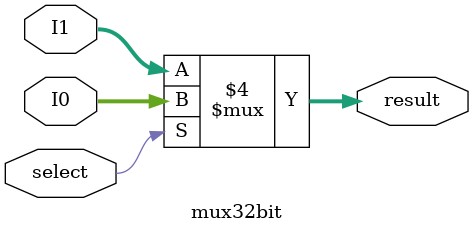
<source format=v>
module mux32bit(
    input [31:0] I0,I1,
    input select,
    output reg [31:0] result
);

    always @(*) begin
        if (select == 1'b0) begin
            result = I1;
        end
        else begin
            result = I0;
        end
    end

endmodule
</source>
